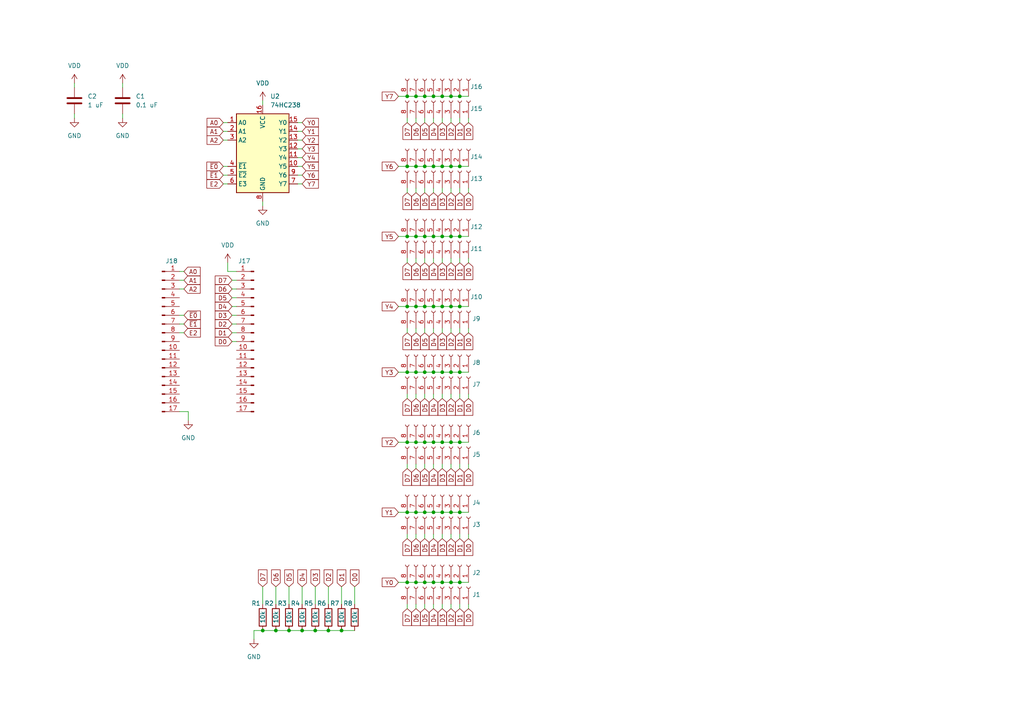
<source format=kicad_sch>
(kicad_sch (version 20231120) (generator "eeschema") (generator_version "8.0")
  (paper "A4")
  (lib_symbols
    (symbol "74xx:74HC238"
      (property "Reference" "U" (at -7.62 13.97 0))
      (property "Value" "74HC238" (at 2.54 -11.43 0))
      (symbol "74HC238_0_1"
        (rectangle (start -7.62 12.7) (end 7.62 -10.16) (stroke (width 0.254)) (fill (type background)))
      )
      (symbol "74HC238_1_1"
        (pin input line (at -10.16 10.16 0) (length 2.54) (name "A0") (number "1"))
        (pin output line (at 10.16 -2.54 180) (length 2.54) (name "Y5") (number "10"))
        (pin output line (at 10.16 0 180) (length 2.54) (name "Y4") (number "11"))
        (pin output line (at 10.16 2.54 180) (length 2.54) (name "Y3") (number "12"))
        (pin output line (at 10.16 5.08 180) (length 2.54) (name "Y2") (number "13"))
        (pin output line (at 10.16 7.62 180) (length 2.54) (name "Y1") (number "14"))
        (pin output line (at 10.16 10.16 180) (length 2.54) (name "Y0") (number "15"))
        (pin power_in line (at 0 15.24 270) (length 2.54) (name "VCC") (number "16"))
        (pin input line (at -10.16 7.62 0) (length 2.54) (name "A1") (number "2"))
        (pin input line (at -10.16 5.08 0) (length 2.54) (name "A2") (number "3"))
        (pin input line (at -10.16 -2.54 0) (length 2.54) (name "~{E1}") (number "4"))
        (pin input line (at -10.16 -5.08 0) (length 2.54) (name "~{E2}") (number "5"))
        (pin input line (at -10.16 -7.62 0) (length 2.54) (name "E3") (number "6"))
        (pin output line (at 10.16 -7.62 180) (length 2.54) (name "Y7") (number "7"))
        (pin power_in line (at 0 -12.7 90) (length 2.54) (name "GND") (number "8"))
        (pin output line (at 10.16 -5.08 180) (length 2.54) (name "Y6") (number "9"))
      )
    )
    (symbol "Connector:Conn_01x08_Socket" (pin_names (offset 1.016) hide)
      (property "Reference" "J" (at 0 10.16 0))
      (property "Value" "Conn_01x08_Socket" (at 0 -12.7 0))
      (symbol "Conn_01x08_Socket_1_1"
        (arc (start 0 -9.652) (mid -0.5058 -10.16) (end 0 -10.668) (stroke (width 0.1524)))
        (arc (start 0 -7.112) (mid -0.5058 -7.62) (end 0 -8.128) (stroke (width 0.1524)))
        (arc (start 0 -4.572) (mid -0.5058 -5.08) (end 0 -5.588) (stroke (width 0.1524)))
        (arc (start 0 -2.032) (mid -0.5058 -2.54) (end 0 -3.048) (stroke (width 0.1524)))
        (polyline (pts (xy -1.27 -10.16) (xy -0.508 -10.16)) (stroke (width 0.1524)))
        (polyline (pts (xy -1.27 -7.62) (xy -0.508 -7.62)) (stroke (width 0.1524)))
        (polyline (pts (xy -1.27 -5.08) (xy -0.508 -5.08)) (stroke (width 0.1524)))
        (polyline (pts (xy -1.27 -2.54) (xy -0.508 -2.54)) (stroke (width 0.1524)))
        (polyline (pts (xy -1.27 0) (xy -0.508 0)) (stroke (width 0.1524)))
        (polyline (pts (xy -1.27 2.54) (xy -0.508 2.54)) (stroke (width 0.1524)))
        (polyline (pts (xy -1.27 5.08) (xy -0.508 5.08)) (stroke (width 0.1524)))
        (polyline (pts (xy -1.27 7.62) (xy -0.508 7.62)) (stroke (width 0.1524)))
        (arc (start 0 0.508) (mid -0.5058 0) (end 0 -0.508) (stroke (width 0.1524)))
        (arc (start 0 3.048) (mid -0.5058 2.54) (end 0 2.032) (stroke (width 0.1524)))
        (arc (start 0 5.588) (mid -0.5058 5.08) (end 0 4.572) (stroke (width 0.1524)))
        (arc (start 0 8.128) (mid -0.5058 7.62) (end 0 7.112) (stroke (width 0.1524)))
        (pin passive line (at -5.08 7.62 0) (length 3.81) (name "Pin_1") (number "1"))
        (pin passive line (at -5.08 5.08 0) (length 3.81) (name "Pin_2") (number "2"))
        (pin passive line (at -5.08 2.54 0) (length 3.81) (name "Pin_3") (number "3"))
        (pin passive line (at -5.08 0 0) (length 3.81) (name "Pin_4") (number "4"))
        (pin passive line (at -5.08 -2.54 0) (length 3.81) (name "Pin_5") (number "5"))
        (pin passive line (at -5.08 -5.08 0) (length 3.81) (name "Pin_6") (number "6"))
        (pin passive line (at -5.08 -7.62 0) (length 3.81) (name "Pin_7") (number "7"))
        (pin passive line (at -5.08 -10.16 0) (length 3.81) (name "Pin_8") (number "8"))
      )
    )
    (symbol "Connector:Conn_01x17_Pin" (pin_names (offset 1.016) hide)
      (property "Reference" "J" (at 0 22.86 0))
      (property "Value" "Conn_01x17_Pin" (at 0 -22.86 0))
      (symbol "Conn_01x17_Pin_1_1"
        (polyline (pts (xy 1.27 -20.32) (xy 0.8636 -20.32)) (stroke (width 0.1524)))
        (polyline (pts (xy 1.27 -17.78) (xy 0.8636 -17.78)) (stroke (width 0.1524)))
        (polyline (pts (xy 1.27 -15.24) (xy 0.8636 -15.24)) (stroke (width 0.1524)))
        (polyline (pts (xy 1.27 -12.7) (xy 0.8636 -12.7)) (stroke (width 0.1524)))
        (polyline (pts (xy 1.27 -10.16) (xy 0.8636 -10.16)) (stroke (width 0.1524)))
        (polyline (pts (xy 1.27 -7.62) (xy 0.8636 -7.62)) (stroke (width 0.1524)))
        (polyline (pts (xy 1.27 -5.08) (xy 0.8636 -5.08)) (stroke (width 0.1524)))
        (polyline (pts (xy 1.27 -2.54) (xy 0.8636 -2.54)) (stroke (width 0.1524)))
        (polyline (pts (xy 1.27 0) (xy 0.8636 0)) (stroke (width 0.1524)))
        (polyline (pts (xy 1.27 2.54) (xy 0.8636 2.54)) (stroke (width 0.1524)))
        (polyline (pts (xy 1.27 5.08) (xy 0.8636 5.08)) (stroke (width 0.1524)))
        (polyline (pts (xy 1.27 7.62) (xy 0.8636 7.62)) (stroke (width 0.1524)))
        (polyline (pts (xy 1.27 10.16) (xy 0.8636 10.16)) (stroke (width 0.1524)))
        (polyline (pts (xy 1.27 12.7) (xy 0.8636 12.7)) (stroke (width 0.1524)))
        (polyline (pts (xy 1.27 15.24) (xy 0.8636 15.24)) (stroke (width 0.1524)))
        (polyline (pts (xy 1.27 17.78) (xy 0.8636 17.78)) (stroke (width 0.1524)))
        (polyline (pts (xy 1.27 20.32) (xy 0.8636 20.32)) (stroke (width 0.1524)))
        (rectangle (start 0.8636 -20.193) (end 0 -20.447) (stroke (width 0.1524)) (fill (type outline)))
        (rectangle (start 0.8636 -17.653) (end 0 -17.907) (stroke (width 0.1524)) (fill (type outline)))
        (rectangle (start 0.8636 -15.113) (end 0 -15.367) (stroke (width 0.1524)) (fill (type outline)))
        (rectangle (start 0.8636 -12.573) (end 0 -12.827) (stroke (width 0.1524)) (fill (type outline)))
        (rectangle (start 0.8636 -10.033) (end 0 -10.287) (stroke (width 0.1524)) (fill (type outline)))
        (rectangle (start 0.8636 -7.493) (end 0 -7.747) (stroke (width 0.1524)) (fill (type outline)))
        (rectangle (start 0.8636 -4.953) (end 0 -5.207) (stroke (width 0.1524)) (fill (type outline)))
        (rectangle (start 0.8636 -2.413) (end 0 -2.667) (stroke (width 0.1524)) (fill (type outline)))
        (rectangle (start 0.8636 0.127) (end 0 -0.127) (stroke (width 0.1524)) (fill (type outline)))
        (rectangle (start 0.8636 2.667) (end 0 2.413) (stroke (width 0.1524)) (fill (type outline)))
        (rectangle (start 0.8636 5.207) (end 0 4.953) (stroke (width 0.1524)) (fill (type outline)))
        (rectangle (start 0.8636 7.747) (end 0 7.493) (stroke (width 0.1524)) (fill (type outline)))
        (rectangle (start 0.8636 10.287) (end 0 10.033) (stroke (width 0.1524)) (fill (type outline)))
        (rectangle (start 0.8636 12.827) (end 0 12.573) (stroke (width 0.1524)) (fill (type outline)))
        (rectangle (start 0.8636 15.367) (end 0 15.113) (stroke (width 0.1524)) (fill (type outline)))
        (rectangle (start 0.8636 17.907) (end 0 17.653) (stroke (width 0.1524)) (fill (type outline)))
        (rectangle (start 0.8636 20.447) (end 0 20.193) (stroke (width 0.1524)) (fill (type outline)))
        (pin passive line (at 5.08 20.32 180) (length 3.81) (name "Pin_1") (number "1"))
        (pin passive line (at 5.08 -2.54 180) (length 3.81) (name "Pin_10") (number "10"))
        (pin passive line (at 5.08 -5.08 180) (length 3.81) (name "Pin_11") (number "11"))
        (pin passive line (at 5.08 -7.62 180) (length 3.81) (name "Pin_12") (number "12"))
        (pin passive line (at 5.08 -10.16 180) (length 3.81) (name "Pin_13") (number "13"))
        (pin passive line (at 5.08 -12.7 180) (length 3.81) (name "Pin_14") (number "14"))
        (pin passive line (at 5.08 -15.24 180) (length 3.81) (name "Pin_15") (number "15"))
        (pin passive line (at 5.08 -17.78 180) (length 3.81) (name "Pin_16") (number "16"))
        (pin passive line (at 5.08 -20.32 180) (length 3.81) (name "Pin_17") (number "17"))
        (pin passive line (at 5.08 17.78 180) (length 3.81) (name "Pin_2") (number "2"))
        (pin passive line (at 5.08 15.24 180) (length 3.81) (name "Pin_3") (number "3"))
        (pin passive line (at 5.08 12.7 180) (length 3.81) (name "Pin_4") (number "4"))
        (pin passive line (at 5.08 10.16 180) (length 3.81) (name "Pin_5") (number "5"))
        (pin passive line (at 5.08 7.62 180) (length 3.81) (name "Pin_6") (number "6"))
        (pin passive line (at 5.08 5.08 180) (length 3.81) (name "Pin_7") (number "7"))
        (pin passive line (at 5.08 2.54 180) (length 3.81) (name "Pin_8") (number "8"))
        (pin passive line (at 5.08 0 180) (length 3.81) (name "Pin_9") (number "9"))
      )
    )
    (symbol "Device:C" (pin_numbers hide) (pin_names (offset 0.254))
      (property "Reference" "C" (at 0.635 2.54 0))
      (property "Value" "C" (at 0.635 -2.54 0))
      (symbol "C_0_1"
        (polyline (pts (xy -2.032 -0.762) (xy 2.032 -0.762)) (stroke (width 0.508)))
        (polyline (pts (xy -2.032 0.762) (xy 2.032 0.762)) (stroke (width 0.508)))
      )
      (symbol "C_1_1"
        (pin passive line (at 0 3.81 270) (length 2.794) (name "~") (number "1"))
        (pin passive line (at 0 -3.81 90) (length 2.794) (name "~") (number "2"))
      )
    )
    (symbol "Device:R" (pin_numbers hide) (pin_names (offset 0))
      (property "Reference" "R" (at 2.032 0 90))
      (property "Value" "R" (at 0 0 90))
      (symbol "R_0_1"
        (rectangle (start -1.016 -2.54) (end 1.016 2.54) (stroke (width 0.254)))
      )
      (symbol "R_1_1"
        (pin passive line (at 0 3.81 270) (length 1.27) (name "~") (number "1"))
        (pin passive line (at 0 -3.81 90) (length 1.27) (name "~") (number "2"))
      )
    )
    (symbol "power:GND" (power) (pin_names (offset 0))
      (property "Value" "GND" (at 0 -3.81 0))
      (symbol "GND_0_1"
        (polyline (pts (xy 0 0) (xy 0 -1.27) (xy 1.27 -1.27) (xy 0 -2.54) (xy -1.27 -1.27) (xy 0 -1.27)))
      )
      (symbol "GND_1_1"
        (pin power_in line (at 0 0 270) (length 0) hide (name "GND") (number "1"))
      )
    )
    (symbol "power:VDD" (power) (pin_names (offset 0))
      (property "Value" "VDD" (at 0 3.81 0))
      (symbol "VDD_0_1"
        (polyline (pts (xy -0.762 1.27) (xy 0 2.54)))
        (polyline (pts (xy 0 0) (xy 0 2.54)))
        (polyline (pts (xy 0 2.54) (xy 0.762 1.27)))
      )
      (symbol "VDD_1_1"
        (pin power_in line (at 0 0 90) (length 0) hide (name "VDD") (number "1"))
      )
    )
  )
  (junction (at 133.35 48.26))
  (junction (at 120.65 68.58))
  (junction (at 133.35 128.27))
  (junction (at 128.27 148.59))
  (junction (at 130.81 27.94))
  (junction (at 120.65 27.94))
  (junction (at 87.63 182.88))
  (junction (at 130.81 168.91))
  (junction (at 123.19 88.9))
  (junction (at 118.11 68.58))
  (junction (at 123.19 68.58))
  (junction (at 128.27 128.27))
  (junction (at 128.27 107.95))
  (junction (at 118.11 128.27))
  (junction (at 128.27 48.26))
  (junction (at 95.25 182.88))
  (junction (at 130.81 48.26))
  (junction (at 128.27 68.58))
  (junction (at 123.19 48.26))
  (junction (at 99.06 182.88))
  (junction (at 123.19 107.95))
  (junction (at 118.11 88.9))
  (junction (at 123.19 168.91))
  (junction (at 133.35 88.9))
  (junction (at 128.27 27.94))
  (junction (at 120.65 88.9))
  (junction (at 125.73 88.9))
  (junction (at 130.81 148.59))
  (junction (at 76.2 182.88))
  (junction (at 80.01 182.88))
  (junction (at 118.11 27.94))
  (junction (at 120.65 48.26))
  (junction (at 130.81 88.9))
  (junction (at 118.11 48.26))
  (junction (at 125.73 27.94))
  (junction (at 133.35 168.91))
  (junction (at 123.19 148.59))
  (junction (at 133.35 68.58))
  (junction (at 125.73 148.59))
  (junction (at 123.19 128.27))
  (junction (at 133.35 107.95))
  (junction (at 128.27 88.9))
  (junction (at 130.81 68.58))
  (junction (at 118.11 168.91))
  (junction (at 130.81 128.27))
  (junction (at 120.65 168.91))
  (junction (at 120.65 107.95))
  (junction (at 125.73 68.58))
  (junction (at 118.11 107.95))
  (junction (at 91.44 182.88))
  (junction (at 125.73 107.95))
  (junction (at 120.65 148.59))
  (junction (at 83.82 182.88))
  (junction (at 130.81 107.95))
  (junction (at 128.27 168.91))
  (junction (at 125.73 128.27))
  (junction (at 118.11 148.59))
  (junction (at 125.73 168.91))
  (junction (at 133.35 27.94))
  (junction (at 123.19 27.94))
  (junction (at 133.35 148.59))
  (junction (at 120.65 128.27))
  (junction (at 125.73 48.26))
  (wire (pts (xy 130.81 48.26) (xy 133.35 48.26)))
  (wire (pts (xy 133.35 68.58) (xy 135.89 68.58)))
  (wire (pts (xy 125.73 148.59) (xy 128.27 148.59)))
  (wire (pts (xy 130.81 176.53) (xy 130.81 175.26)))
  (wire (pts (xy 133.35 96.52) (xy 133.35 95.25)))
  (wire (pts (xy 66.04 78.74) (xy 68.58 78.74)))
  (wire (pts (xy 125.73 76.2) (xy 125.73 74.93)))
  (wire (pts (xy 53.34 96.52) (xy 52.07 96.52)))
  (wire (pts (xy 133.35 76.2) (xy 133.35 74.93)))
  (wire (pts (xy 123.19 35.56) (xy 123.19 34.29)))
  (wire (pts (xy 135.89 156.21) (xy 135.89 154.94)))
  (wire (pts (xy 125.73 156.21) (xy 125.73 154.94)))
  (wire (pts (xy 118.11 68.58) (xy 120.65 68.58)))
  (wire (pts (xy 87.63 38.1) (xy 86.36 38.1)))
  (wire (pts (xy 120.65 76.2) (xy 120.65 74.93)))
  (wire (pts (xy 133.35 48.26) (xy 135.89 48.26)))
  (wire (pts (xy 123.19 135.89) (xy 123.19 134.62)))
  (wire (pts (xy 118.11 135.89) (xy 118.11 134.62)))
  (wire (pts (xy 87.63 35.56) (xy 86.36 35.56)))
  (wire (pts (xy 83.82 182.88) (xy 87.63 182.88)))
  (wire (pts (xy 123.19 68.58) (xy 125.73 68.58)))
  (wire (pts (xy 73.66 185.42) (xy 73.66 182.88)))
  (wire (pts (xy 120.65 48.26) (xy 123.19 48.26)))
  (wire (pts (xy 53.34 81.28) (xy 52.07 81.28)))
  (wire (pts (xy 118.11 168.91) (xy 120.65 168.91)))
  (wire (pts (xy 67.31 93.98) (xy 68.58 93.98)))
  (wire (pts (xy 115.57 168.91) (xy 118.11 168.91)))
  (wire (pts (xy 130.81 107.95) (xy 133.35 107.95)))
  (wire (pts (xy 133.35 55.88) (xy 133.35 54.61)))
  (wire (pts (xy 64.77 50.8) (xy 66.04 50.8)))
  (wire (pts (xy 130.81 35.56) (xy 130.81 34.29)))
  (wire (pts (xy 130.81 27.94) (xy 133.35 27.94)))
  (wire (pts (xy 128.27 88.9) (xy 130.81 88.9)))
  (wire (pts (xy 123.19 107.95) (xy 125.73 107.95)))
  (wire (pts (xy 128.27 148.59) (xy 130.81 148.59)))
  (wire (pts (xy 67.31 83.82) (xy 68.58 83.82)))
  (wire (pts (xy 125.73 128.27) (xy 128.27 128.27)))
  (wire (pts (xy 130.81 88.9) (xy 133.35 88.9)))
  (wire (pts (xy 135.89 135.89) (xy 135.89 134.62)))
  (wire (pts (xy 128.27 107.95) (xy 130.81 107.95)))
  (wire (pts (xy 128.27 68.58) (xy 130.81 68.58)))
  (wire (pts (xy 123.19 148.59) (xy 125.73 148.59)))
  (wire (pts (xy 128.27 76.2) (xy 128.27 74.93)))
  (wire (pts (xy 123.19 48.26) (xy 125.73 48.26)))
  (wire (pts (xy 64.77 35.56) (xy 66.04 35.56)))
  (wire (pts (xy 118.11 35.56) (xy 118.11 34.29)))
  (wire (pts (xy 115.57 48.26) (xy 118.11 48.26)))
  (wire (pts (xy 120.65 96.52) (xy 120.65 95.25)))
  (wire (pts (xy 53.34 93.98) (xy 52.07 93.98)))
  (wire (pts (xy 118.11 128.27) (xy 120.65 128.27)))
  (wire (pts (xy 128.27 27.94) (xy 130.81 27.94)))
  (wire (pts (xy 128.27 55.88) (xy 128.27 54.61)))
  (wire (pts (xy 99.06 170.18) (xy 99.06 175.26)))
  (wire (pts (xy 115.57 68.58) (xy 118.11 68.58)))
  (wire (pts (xy 133.35 88.9) (xy 135.89 88.9)))
  (wire (pts (xy 115.57 148.59) (xy 118.11 148.59)))
  (wire (pts (xy 123.19 156.21) (xy 123.19 154.94)))
  (wire (pts (xy 133.35 128.27) (xy 135.89 128.27)))
  (wire (pts (xy 118.11 96.52) (xy 118.11 95.25)))
  (wire (pts (xy 130.81 135.89) (xy 130.81 134.62)))
  (wire (pts (xy 130.81 55.88) (xy 130.81 54.61)))
  (wire (pts (xy 87.63 53.34) (xy 86.36 53.34)))
  (wire (pts (xy 120.65 107.95) (xy 123.19 107.95)))
  (wire (pts (xy 64.77 40.64) (xy 66.04 40.64)))
  (wire (pts (xy 52.07 119.38) (xy 54.61 119.38)))
  (wire (pts (xy 125.73 135.89) (xy 125.73 134.62)))
  (wire (pts (xy 130.81 68.58) (xy 133.35 68.58)))
  (wire (pts (xy 133.35 135.89) (xy 133.35 134.62)))
  (wire (pts (xy 64.77 38.1) (xy 66.04 38.1)))
  (wire (pts (xy 123.19 128.27) (xy 125.73 128.27)))
  (wire (pts (xy 123.19 76.2) (xy 123.19 74.93)))
  (wire (pts (xy 123.19 27.94) (xy 125.73 27.94)))
  (wire (pts (xy 120.65 128.27) (xy 123.19 128.27)))
  (wire (pts (xy 120.65 168.91) (xy 123.19 168.91)))
  (wire (pts (xy 87.63 48.26) (xy 86.36 48.26)))
  (wire (pts (xy 135.89 55.88) (xy 135.89 54.61)))
  (wire (pts (xy 87.63 43.18) (xy 86.36 43.18)))
  (wire (pts (xy 76.2 182.88) (xy 80.01 182.88)))
  (wire (pts (xy 120.65 55.88) (xy 120.65 54.61)))
  (wire (pts (xy 128.27 176.53) (xy 128.27 175.26)))
  (wire (pts (xy 123.19 115.57) (xy 123.19 114.3)))
  (wire (pts (xy 133.35 27.94) (xy 135.89 27.94)))
  (wire (pts (xy 128.27 96.52) (xy 128.27 95.25)))
  (wire (pts (xy 130.81 156.21) (xy 130.81 154.94)))
  (wire (pts (xy 67.31 86.36) (xy 68.58 86.36)))
  (wire (pts (xy 21.59 24.13) (xy 21.59 25.4)))
  (wire (pts (xy 128.27 128.27) (xy 130.81 128.27)))
  (wire (pts (xy 67.31 91.44) (xy 68.58 91.44)))
  (wire (pts (xy 118.11 27.94) (xy 120.65 27.94)))
  (wire (pts (xy 125.73 48.26) (xy 128.27 48.26)))
  (wire (pts (xy 118.11 115.57) (xy 118.11 114.3)))
  (wire (pts (xy 125.73 107.95) (xy 128.27 107.95)))
  (wire (pts (xy 21.59 33.02) (xy 21.59 34.29)))
  (wire (pts (xy 120.65 68.58) (xy 123.19 68.58)))
  (wire (pts (xy 76.2 58.42) (xy 76.2 59.69)))
  (wire (pts (xy 102.87 170.18) (xy 102.87 175.26)))
  (wire (pts (xy 35.56 33.02) (xy 35.56 34.29)))
  (wire (pts (xy 128.27 35.56) (xy 128.27 34.29)))
  (wire (pts (xy 64.77 53.34) (xy 66.04 53.34)))
  (wire (pts (xy 133.35 35.56) (xy 133.35 34.29)))
  (wire (pts (xy 87.63 182.88) (xy 91.44 182.88)))
  (wire (pts (xy 64.77 48.26) (xy 66.04 48.26)))
  (wire (pts (xy 125.73 96.52) (xy 125.73 95.25)))
  (wire (pts (xy 128.27 168.91) (xy 130.81 168.91)))
  (wire (pts (xy 80.01 170.18) (xy 80.01 175.26)))
  (wire (pts (xy 130.81 148.59) (xy 133.35 148.59)))
  (wire (pts (xy 118.11 107.95) (xy 120.65 107.95)))
  (wire (pts (xy 130.81 76.2) (xy 130.81 74.93)))
  (wire (pts (xy 120.65 88.9) (xy 123.19 88.9)))
  (wire (pts (xy 125.73 176.53) (xy 125.73 175.26)))
  (wire (pts (xy 87.63 45.72) (xy 86.36 45.72)))
  (wire (pts (xy 133.35 156.21) (xy 133.35 154.94)))
  (wire (pts (xy 35.56 24.13) (xy 35.56 25.4)))
  (wire (pts (xy 87.63 40.64) (xy 86.36 40.64)))
  (wire (pts (xy 128.27 156.21) (xy 128.27 154.94)))
  (wire (pts (xy 54.61 119.38) (xy 54.61 121.92)))
  (wire (pts (xy 87.63 50.8) (xy 86.36 50.8)))
  (wire (pts (xy 67.31 96.52) (xy 68.58 96.52)))
  (wire (pts (xy 133.35 148.59) (xy 135.89 148.59)))
  (wire (pts (xy 123.19 176.53) (xy 123.19 175.26)))
  (wire (pts (xy 115.57 107.95) (xy 118.11 107.95)))
  (wire (pts (xy 125.73 35.56) (xy 125.73 34.29)))
  (wire (pts (xy 118.11 76.2) (xy 118.11 74.93)))
  (wire (pts (xy 99.06 182.88) (xy 102.87 182.88)))
  (wire (pts (xy 125.73 115.57) (xy 125.73 114.3)))
  (wire (pts (xy 76.2 170.18) (xy 76.2 175.26)))
  (wire (pts (xy 133.35 115.57) (xy 133.35 114.3)))
  (wire (pts (xy 120.65 176.53) (xy 120.65 175.26)))
  (wire (pts (xy 120.65 148.59) (xy 123.19 148.59)))
  (wire (pts (xy 53.34 83.82) (xy 52.07 83.82)))
  (wire (pts (xy 123.19 168.91) (xy 125.73 168.91)))
  (wire (pts (xy 135.89 76.2) (xy 135.89 74.93)))
  (wire (pts (xy 130.81 168.91) (xy 133.35 168.91)))
  (wire (pts (xy 120.65 135.89) (xy 120.65 134.62)))
  (wire (pts (xy 53.34 91.44) (xy 52.07 91.44)))
  (wire (pts (xy 115.57 88.9) (xy 118.11 88.9)))
  (wire (pts (xy 125.73 55.88) (xy 125.73 54.61)))
  (wire (pts (xy 95.25 170.18) (xy 95.25 175.26)))
  (wire (pts (xy 125.73 27.94) (xy 128.27 27.94)))
  (wire (pts (xy 67.31 88.9) (xy 68.58 88.9)))
  (wire (pts (xy 91.44 182.88) (xy 95.25 182.88)))
  (wire (pts (xy 130.81 96.52) (xy 130.81 95.25)))
  (wire (pts (xy 120.65 27.94) (xy 123.19 27.94)))
  (wire (pts (xy 73.66 182.88) (xy 76.2 182.88)))
  (wire (pts (xy 67.31 81.28) (xy 68.58 81.28)))
  (wire (pts (xy 125.73 68.58) (xy 128.27 68.58)))
  (wire (pts (xy 125.73 168.91) (xy 128.27 168.91)))
  (wire (pts (xy 135.89 96.52) (xy 135.89 95.25)))
  (wire (pts (xy 133.35 107.95) (xy 135.89 107.95)))
  (wire (pts (xy 135.89 115.57) (xy 135.89 114.3)))
  (wire (pts (xy 130.81 115.57) (xy 130.81 114.3)))
  (wire (pts (xy 95.25 182.88) (xy 99.06 182.88)))
  (wire (pts (xy 76.2 29.21) (xy 76.2 30.48)))
  (wire (pts (xy 123.19 88.9) (xy 125.73 88.9)))
  (wire (pts (xy 91.44 170.18) (xy 91.44 175.26)))
  (wire (pts (xy 118.11 176.53) (xy 118.11 175.26)))
  (wire (pts (xy 118.11 148.59) (xy 120.65 148.59)))
  (wire (pts (xy 67.31 99.06) (xy 68.58 99.06)))
  (wire (pts (xy 83.82 170.18) (xy 83.82 175.26)))
  (wire (pts (xy 123.19 55.88) (xy 123.19 54.61)))
  (wire (pts (xy 80.01 182.88) (xy 83.82 182.88)))
  (wire (pts (xy 123.19 96.52) (xy 123.19 95.25)))
  (wire (pts (xy 120.65 35.56) (xy 120.65 34.29)))
  (wire (pts (xy 66.04 76.2) (xy 66.04 78.74)))
  (wire (pts (xy 118.11 156.21) (xy 118.11 154.94)))
  (wire (pts (xy 128.27 48.26) (xy 130.81 48.26)))
  (wire (pts (xy 115.57 27.94) (xy 118.11 27.94)))
  (wire (pts (xy 130.81 128.27) (xy 133.35 128.27)))
  (wire (pts (xy 125.73 88.9) (xy 128.27 88.9)))
  (wire (pts (xy 128.27 115.57) (xy 128.27 114.3)))
  (wire (pts (xy 118.11 48.26) (xy 120.65 48.26)))
  (wire (pts (xy 118.11 55.88) (xy 118.11 54.61)))
  (wire (pts (xy 53.34 78.74) (xy 52.07 78.74)))
  (wire (pts (xy 133.35 168.91) (xy 135.89 168.91)))
  (wire (pts (xy 128.27 135.89) (xy 128.27 134.62)))
  (wire (pts (xy 135.89 35.56) (xy 135.89 34.29)))
  (wire (pts (xy 87.63 170.18) (xy 87.63 175.26)))
  (wire (pts (xy 135.89 176.53) (xy 135.89 175.26)))
  (wire (pts (xy 115.57 128.27) (xy 118.11 128.27)))
  (wire (pts (xy 118.11 88.9) (xy 120.65 88.9)))
  (wire (pts (xy 120.65 115.57) (xy 120.65 114.3)))
  (wire (pts (xy 133.35 176.53) (xy 133.35 175.26)))
  (wire (pts (xy 120.65 156.21) (xy 120.65 154.94)))
  (global_label "D3" (shape input) (at 91.44 170.18 90) (property "Intersheetrefs" "${INTERSHEET_REFS}" (effects (hide yes))))
  (global_label "D1" (shape input) (at 67.31 96.52 180) (property "Intersheetrefs" "${INTERSHEET_REFS}" (effects (hide yes))))
  (global_label "D6" (shape input) (at 67.31 83.82 180) (property "Intersheetrefs" "${INTERSHEET_REFS}" (effects (hide yes))))
  (global_label "D5" (shape input) (at 123.19 55.88 270) (property "Intersheetrefs" "${INTERSHEET_REFS}" (effects (hide yes))))
  (global_label "D2" (shape input) (at 130.81 35.56 270) (property "Intersheetrefs" "${INTERSHEET_REFS}" (effects (hide yes))))
  (global_label "D7" (shape input) (at 118.11 115.57 270) (property "Intersheetrefs" "${INTERSHEET_REFS}" (effects (hide yes))))
  (global_label "D5" (shape input) (at 123.19 115.57 270) (property "Intersheetrefs" "${INTERSHEET_REFS}" (effects (hide yes))))
  (global_label "Y1" (shape input) (at 115.57 148.59 180) (property "Intersheetrefs" "${INTERSHEET_REFS}" (effects (hide yes))))
  (global_label "Y4" (shape input) (at 87.63 45.72 0) (property "Intersheetrefs" "${INTERSHEET_REFS}" (effects (hide yes))))
  (global_label "D7" (shape input) (at 118.11 76.2 270) (property "Intersheetrefs" "${INTERSHEET_REFS}" (effects (hide yes))))
  (global_label "~{E0}" (shape input) (at 53.34 91.44 0) (property "Intersheetrefs" "${INTERSHEET_REFS}" (effects (hide yes))))
  (global_label "A1" (shape input) (at 53.34 81.28 0) (property "Intersheetrefs" "${INTERSHEET_REFS}" (effects (hide yes))))
  (global_label "D6" (shape input) (at 120.65 156.21 270) (property "Intersheetrefs" "${INTERSHEET_REFS}" (effects (hide yes))))
  (global_label "D0" (shape input) (at 102.87 170.18 90) (property "Intersheetrefs" "${INTERSHEET_REFS}" (effects (hide yes))))
  (global_label "D1" (shape input) (at 133.35 55.88 270) (property "Intersheetrefs" "${INTERSHEET_REFS}" (effects (hide yes))))
  (global_label "D4" (shape input) (at 87.63 170.18 90) (property "Intersheetrefs" "${INTERSHEET_REFS}" (effects (hide yes))))
  (global_label "D2" (shape input) (at 130.81 156.21 270) (property "Intersheetrefs" "${INTERSHEET_REFS}" (effects (hide yes))))
  (global_label "D1" (shape input) (at 133.35 156.21 270) (property "Intersheetrefs" "${INTERSHEET_REFS}" (effects (hide yes))))
  (global_label "D4" (shape input) (at 125.73 115.57 270) (property "Intersheetrefs" "${INTERSHEET_REFS}" (effects (hide yes))))
  (global_label "D2" (shape input) (at 95.25 170.18 90) (property "Intersheetrefs" "${INTERSHEET_REFS}" (effects (hide yes))))
  (global_label "D5" (shape input) (at 123.19 96.52 270) (property "Intersheetrefs" "${INTERSHEET_REFS}" (effects (hide yes))))
  (global_label "D7" (shape input) (at 118.11 156.21 270) (property "Intersheetrefs" "${INTERSHEET_REFS}" (effects (hide yes))))
  (global_label "D4" (shape input) (at 125.73 176.53 270) (property "Intersheetrefs" "${INTERSHEET_REFS}" (effects (hide yes))))
  (global_label "D4" (shape input) (at 125.73 96.52 270) (property "Intersheetrefs" "${INTERSHEET_REFS}" (effects (hide yes))))
  (global_label "D1" (shape input) (at 99.06 170.18 90) (property "Intersheetrefs" "${INTERSHEET_REFS}" (effects (hide yes))))
  (global_label "D0" (shape input) (at 135.89 156.21 270) (property "Intersheetrefs" "${INTERSHEET_REFS}" (effects (hide yes))))
  (global_label "D2" (shape input) (at 130.81 76.2 270) (property "Intersheetrefs" "${INTERSHEET_REFS}" (effects (hide yes))))
  (global_label "D5" (shape input) (at 123.19 156.21 270) (property "Intersheetrefs" "${INTERSHEET_REFS}" (effects (hide yes))))
  (global_label "D2" (shape input) (at 130.81 96.52 270) (property "Intersheetrefs" "${INTERSHEET_REFS}" (effects (hide yes))))
  (global_label "~{E1}" (shape input) (at 64.77 50.8 180) (property "Intersheetrefs" "${INTERSHEET_REFS}" (effects (hide yes))))
  (global_label "D0" (shape input) (at 135.89 55.88 270) (property "Intersheetrefs" "${INTERSHEET_REFS}" (effects (hide yes))))
  (global_label "D3" (shape input) (at 128.27 135.89 270) (property "Intersheetrefs" "${INTERSHEET_REFS}" (effects (hide yes))))
  (global_label "D6" (shape input) (at 120.65 96.52 270) (property "Intersheetrefs" "${INTERSHEET_REFS}" (effects (hide yes))))
  (global_label "D0" (shape input) (at 135.89 115.57 270) (property "Intersheetrefs" "${INTERSHEET_REFS}" (effects (hide yes))))
  (global_label "E2" (shape input) (at 53.34 96.52 0) (property "Intersheetrefs" "${INTERSHEET_REFS}" (effects (hide yes))))
  (global_label "D0" (shape input) (at 135.89 35.56 270) (property "Intersheetrefs" "${INTERSHEET_REFS}" (effects (hide yes))))
  (global_label "A1" (shape input) (at 64.77 38.1 180) (property "Intersheetrefs" "${INTERSHEET_REFS}" (effects (hide yes))))
  (global_label "D5" (shape input) (at 123.19 176.53 270) (property "Intersheetrefs" "${INTERSHEET_REFS}" (effects (hide yes))))
  (global_label "Y1" (shape input) (at 87.63 38.1 0) (property "Intersheetrefs" "${INTERSHEET_REFS}" (effects (hide yes))))
  (global_label "D0" (shape input) (at 135.89 176.53 270) (property "Intersheetrefs" "${INTERSHEET_REFS}" (effects (hide yes))))
  (global_label "Y4" (shape input) (at 115.57 88.9 180) (property "Intersheetrefs" "${INTERSHEET_REFS}" (effects (hide yes))))
  (global_label "D6" (shape input) (at 120.65 176.53 270) (property "Intersheetrefs" "${INTERSHEET_REFS}" (effects (hide yes))))
  (global_label "Y7" (shape input) (at 115.57 27.94 180) (property "Intersheetrefs" "${INTERSHEET_REFS}" (effects (hide yes))))
  (global_label "Y3" (shape input) (at 87.63 43.18 0) (property "Intersheetrefs" "${INTERSHEET_REFS}" (effects (hide yes))))
  (global_label "D7" (shape input) (at 118.11 96.52 270) (property "Intersheetrefs" "${INTERSHEET_REFS}" (effects (hide yes))))
  (global_label "D4" (shape input) (at 125.73 55.88 270) (property "Intersheetrefs" "${INTERSHEET_REFS}" (effects (hide yes))))
  (global_label "Y5" (shape input) (at 87.63 48.26 0) (property "Intersheetrefs" "${INTERSHEET_REFS}" (effects (hide yes))))
  (global_label "D6" (shape input) (at 120.65 135.89 270) (property "Intersheetrefs" "${INTERSHEET_REFS}" (effects (hide yes))))
  (global_label "D7" (shape input) (at 118.11 55.88 270) (property "Intersheetrefs" "${INTERSHEET_REFS}" (effects (hide yes))))
  (global_label "D5" (shape input) (at 83.82 170.18 90) (property "Intersheetrefs" "${INTERSHEET_REFS}" (effects (hide yes))))
  (global_label "D6" (shape input) (at 80.01 170.18 90) (property "Intersheetrefs" "${INTERSHEET_REFS}" (effects (hide yes))))
  (global_label "D1" (shape input) (at 133.35 176.53 270) (property "Intersheetrefs" "${INTERSHEET_REFS}" (effects (hide yes))))
  (global_label "D4" (shape input) (at 125.73 76.2 270) (property "Intersheetrefs" "${INTERSHEET_REFS}" (effects (hide yes))))
  (global_label "D1" (shape input) (at 133.35 96.52 270) (property "Intersheetrefs" "${INTERSHEET_REFS}" (effects (hide yes))))
  (global_label "D7" (shape input) (at 118.11 35.56 270) (property "Intersheetrefs" "${INTERSHEET_REFS}" (effects (hide yes))))
  (global_label "D0" (shape input) (at 135.89 135.89 270) (property "Intersheetrefs" "${INTERSHEET_REFS}" (effects (hide yes))))
  (global_label "D4" (shape input) (at 125.73 135.89 270) (property "Intersheetrefs" "${INTERSHEET_REFS}" (effects (hide yes))))
  (global_label "D3" (shape input) (at 67.31 91.44 180) (property "Intersheetrefs" "${INTERSHEET_REFS}" (effects (hide yes))))
  (global_label "D2" (shape input) (at 130.81 135.89 270) (property "Intersheetrefs" "${INTERSHEET_REFS}" (effects (hide yes))))
  (global_label "D4" (shape input) (at 125.73 35.56 270) (property "Intersheetrefs" "${INTERSHEET_REFS}" (effects (hide yes))))
  (global_label "D2" (shape input) (at 130.81 176.53 270) (property "Intersheetrefs" "${INTERSHEET_REFS}" (effects (hide yes))))
  (global_label "D0" (shape input) (at 135.89 96.52 270) (property "Intersheetrefs" "${INTERSHEET_REFS}" (effects (hide yes))))
  (global_label "Y2" (shape input) (at 87.63 40.64 0) (property "Intersheetrefs" "${INTERSHEET_REFS}" (effects (hide yes))))
  (global_label "D1" (shape input) (at 133.35 35.56 270) (property "Intersheetrefs" "${INTERSHEET_REFS}" (effects (hide yes))))
  (global_label "Y5" (shape input) (at 115.57 68.58 180) (property "Intersheetrefs" "${INTERSHEET_REFS}" (effects (hide yes))))
  (global_label "D3" (shape input) (at 128.27 55.88 270) (property "Intersheetrefs" "${INTERSHEET_REFS}" (effects (hide yes))))
  (global_label "D1" (shape input) (at 133.35 135.89 270) (property "Intersheetrefs" "${INTERSHEET_REFS}" (effects (hide yes))))
  (global_label "D6" (shape input) (at 120.65 35.56 270) (property "Intersheetrefs" "${INTERSHEET_REFS}" (effects (hide yes))))
  (global_label "D2" (shape input) (at 130.81 55.88 270) (property "Intersheetrefs" "${INTERSHEET_REFS}" (effects (hide yes))))
  (global_label "D3" (shape input) (at 128.27 115.57 270) (property "Intersheetrefs" "${INTERSHEET_REFS}" (effects (hide yes))))
  (global_label "Y2" (shape input) (at 115.57 128.27 180) (property "Intersheetrefs" "${INTERSHEET_REFS}" (effects (hide yes))))
  (global_label "D5" (shape input) (at 123.19 135.89 270) (property "Intersheetrefs" "${INTERSHEET_REFS}" (effects (hide yes))))
  (global_label "Y6" (shape input) (at 115.57 48.26 180) (property "Intersheetrefs" "${INTERSHEET_REFS}" (effects (hide yes))))
  (global_label "D4" (shape input) (at 125.73 156.21 270) (property "Intersheetrefs" "${INTERSHEET_REFS}" (effects (hide yes))))
  (global_label "A0" (shape input) (at 64.77 35.56 180) (property "Intersheetrefs" "${INTERSHEET_REFS}" (effects (hide yes))))
  (global_label "D3" (shape input) (at 128.27 35.56 270) (property "Intersheetrefs" "${INTERSHEET_REFS}" (effects (hide yes))))
  (global_label "Y7" (shape input) (at 87.63 53.34 0) (property "Intersheetrefs" "${INTERSHEET_REFS}" (effects (hide yes))))
  (global_label "D3" (shape input) (at 128.27 156.21 270) (property "Intersheetrefs" "${INTERSHEET_REFS}" (effects (hide yes))))
  (global_label "D7" (shape input) (at 67.31 81.28 180) (property "Intersheetrefs" "${INTERSHEET_REFS}" (effects (hide yes))))
  (global_label "E2" (shape input) (at 64.77 53.34 180) (property "Intersheetrefs" "${INTERSHEET_REFS}" (effects (hide yes))))
  (global_label "~{E1}" (shape input) (at 53.34 93.98 0) (property "Intersheetrefs" "${INTERSHEET_REFS}" (effects (hide yes))))
  (global_label "D2" (shape input) (at 67.31 93.98 180) (property "Intersheetrefs" "${INTERSHEET_REFS}" (effects (hide yes))))
  (global_label "D0" (shape input) (at 67.31 99.06 180) (property "Intersheetrefs" "${INTERSHEET_REFS}" (effects (hide yes))))
  (global_label "D7" (shape input) (at 118.11 135.89 270) (property "Intersheetrefs" "${INTERSHEET_REFS}" (effects (hide yes))))
  (global_label "D2" (shape input) (at 130.81 115.57 270) (property "Intersheetrefs" "${INTERSHEET_REFS}" (effects (hide yes))))
  (global_label "D7" (shape input) (at 76.2 170.18 90) (property "Intersheetrefs" "${INTERSHEET_REFS}" (effects (hide yes))))
  (global_label "A2" (shape input) (at 53.34 83.82 0) (property "Intersheetrefs" "${INTERSHEET_REFS}" (effects (hide yes))))
  (global_label "~{E0}" (shape input) (at 64.77 48.26 180) (property "Intersheetrefs" "${INTERSHEET_REFS}" (effects (hide yes))))
  (global_label "D6" (shape input) (at 120.65 115.57 270) (property "Intersheetrefs" "${INTERSHEET_REFS}" (effects (hide yes))))
  (global_label "D1" (shape input) (at 133.35 115.57 270) (property "Intersheetrefs" "${INTERSHEET_REFS}" (effects (hide yes))))
  (global_label "Y0" (shape input) (at 87.63 35.56 0) (property "Intersheetrefs" "${INTERSHEET_REFS}" (effects (hide yes))))
  (global_label "D6" (shape input) (at 120.65 76.2 270) (property "Intersheetrefs" "${INTERSHEET_REFS}" (effects (hide yes))))
  (global_label "D3" (shape input) (at 128.27 76.2 270) (property "Intersheetrefs" "${INTERSHEET_REFS}" (effects (hide yes))))
  (global_label "Y3" (shape input) (at 115.57 107.95 180) (property "Intersheetrefs" "${INTERSHEET_REFS}" (effects (hide yes))))
  (global_label "Y6" (shape input) (at 87.63 50.8 0) (property "Intersheetrefs" "${INTERSHEET_REFS}" (effects (hide yes))))
  (global_label "D4" (shape input) (at 67.31 88.9 180) (property "Intersheetrefs" "${INTERSHEET_REFS}" (effects (hide yes))))
  (global_label "D1" (shape input) (at 133.35 76.2 270) (property "Intersheetrefs" "${INTERSHEET_REFS}" (effects (hide yes))))
  (global_label "D0" (shape input) (at 135.89 76.2 270) (property "Intersheetrefs" "${INTERSHEET_REFS}" (effects (hide yes))))
  (global_label "D3" (shape input) (at 128.27 96.52 270) (property "Intersheetrefs" "${INTERSHEET_REFS}" (effects (hide yes))))
  (global_label "D6" (shape input) (at 120.65 55.88 270) (property "Intersheetrefs" "${INTERSHEET_REFS}" (effects (hide yes))))
  (global_label "D5" (shape input) (at 123.19 35.56 270) (property "Intersheetrefs" "${INTERSHEET_REFS}" (effects (hide yes))))
  (global_label "A2" (shape input) (at 64.77 40.64 180) (property "Intersheetrefs" "${INTERSHEET_REFS}" (effects (hide yes))))
  (global_label "Y0" (shape input) (at 115.57 168.91 180) (property "Intersheetrefs" "${INTERSHEET_REFS}" (effects (hide yes))))
  (global_label "A0" (shape input) (at 53.34 78.74 0) (property "Intersheetrefs" "${INTERSHEET_REFS}" (effects (hide yes))))
  (global_label "D5" (shape input) (at 67.31 86.36 180) (property "Intersheetrefs" "${INTERSHEET_REFS}" (effects (hide yes))))
  (global_label "D7" (shape input) (at 118.11 176.53 270) (property "Intersheetrefs" "${INTERSHEET_REFS}" (effects (hide yes))))
  (global_label "D3" (shape input) (at 128.27 176.53 270) (property "Intersheetrefs" "${INTERSHEET_REFS}" (effects (hide yes))))
  (global_label "D5" (shape input) (at 123.19 76.2 270) (property "Intersheetrefs" "${INTERSHEET_REFS}" (effects (hide yes))))
  (symbol (lib_id "Connector:Conn_01x08_Socket") (at 128.27 102.87 270) (mirror x) (unit 1)
    (property "Reference" "J8" (at 138.176 105.156 90))
    (property "Value" "Conn_01x08_Socket" (effects (hide yes)))
    (property "Footprint" "Connector_PinSocket_2.54mm:PinSocket_1x08_P2.54mm_Vertical" (effects (hide yes)))
    (property "Description" "Generic connector, single row, 01x08, script generated" (effects (hide yes)))
  )
  (symbol (lib_id "74xx:74HC238") (at 76.2 45.72 0) (unit 1)
    (property "Reference" "U2" (at 78.3941 27.94 0) (effects (justify left)))
    (property "Value" "74HC238" (at 78.3941 30.48 0) (effects (justify left)))
    (property "Footprint" "Package_DIP:DIP-16_W7.62mm" (effects (hide yes)))
    (property "Datasheet" "https://www.ti.com/lit/ds/symlink/cd74hc238.pdf" (effects (hide yes)))
    (property "Description" "3-to-8 line decoder/multiplexer, DIP-16/SOIC-16/SSOP-16" (effects (hide yes)))
  )
  (symbol (lib_id "Connector:Conn_01x08_Socket") (at 128.27 83.82 270) (mirror x) (unit 1)
    (property "Reference" "J10" (at 138.176 86.106 90))
    (property "Value" "Conn_01x08_Socket" (effects (hide yes)))
    (property "Footprint" "Connector_PinSocket_2.54mm:PinSocket_1x08_P2.54mm_Vertical" (effects (hide yes)))
    (property "Description" "Generic connector, single row, 01x08, script generated" (effects (hide yes)))
  )
  (symbol (lib_id "Device:R") (at 95.25 179.07 0) (unit 1)
    (property "Reference" "R6" (at 91.948 175.006 0) (effects (justify left)))
    (property "Value" "10k" (at 95.25 180.848 90) (effects (justify left)))
    (property "Footprint" "Resistor_SMD:R_0201_0603Metric" (effects (hide yes)))
    (property "Description" "Resistor" (effects (hide yes)))
  )
  (symbol (lib_id "power:GND") (at 54.61 121.92 0) (unit 1)
    (property "Reference" "#PWR02" (effects (hide yes)))
    (property "Value" "GND" (at 54.61 127 0))
    (property "Description" "Power symbol creates a global label with name \"GND\" , ground" (effects (hide yes)))
  )
  (symbol (lib_id "Connector:Conn_01x08_Socket") (at 128.27 163.83 270) (mirror x) (unit 1)
    (property "Reference" "J2" (at 138.176 166.116 90))
    (property "Value" "Conn_01x08_Socket" (effects (hide yes)))
    (property "Footprint" "Connector_PinSocket_2.54mm:PinSocket_1x08_P2.54mm_Vertical" (effects (hide yes)))
    (property "Description" "Generic connector, single row, 01x08, script generated" (effects (hide yes)))
  )
  (symbol (lib_id "Connector:Conn_01x08_Socket") (at 128.27 123.19 270) (mirror x) (unit 1)
    (property "Reference" "J6" (at 138.176 125.476 90))
    (property "Value" "Conn_01x08_Socket" (effects (hide yes)))
    (property "Footprint" "Connector_PinSocket_2.54mm:PinSocket_1x08_P2.54mm_Vertical" (effects (hide yes)))
    (property "Description" "Generic connector, single row, 01x08, script generated" (effects (hide yes)))
  )
  (symbol (lib_id "Device:R") (at 99.06 179.07 0) (unit 1)
    (property "Reference" "R7" (at 95.758 175.006 0) (effects (justify left)))
    (property "Value" "10k" (at 99.06 180.848 90) (effects (justify left)))
    (property "Footprint" "Resistor_SMD:R_0201_0603Metric" (effects (hide yes)))
    (property "Description" "Resistor" (effects (hide yes)))
  )
  (symbol (lib_id "Device:R") (at 80.01 179.07 0) (unit 1)
    (property "Reference" "R2" (at 76.708 175.006 0) (effects (justify left)))
    (property "Value" "10k" (at 80.01 180.848 90) (effects (justify left)))
    (property "Footprint" "Resistor_SMD:R_0201_0603Metric" (effects (hide yes)))
    (property "Description" "Resistor" (effects (hide yes)))
  )
  (symbol (lib_id "Connector:Conn_01x08_Socket") (at 128.27 149.86 270) (mirror x) (unit 1)
    (property "Reference" "J3" (at 138.176 152.146 90))
    (property "Value" "Conn_01x08_Socket" (effects (hide yes)))
    (property "Footprint" "Connector_PinSocket_2.54mm:PinSocket_1x08_P2.54mm_Vertical" (effects (hide yes)))
    (property "Description" "Generic connector, single row, 01x08, script generated" (effects (hide yes)))
  )
  (symbol (lib_id "Connector:Conn_01x08_Socket") (at 128.27 109.22 270) (mirror x) (unit 1)
    (property "Reference" "J7" (at 138.176 111.506 90))
    (property "Value" "Conn_01x08_Socket" (effects (hide yes)))
    (property "Footprint" "Connector_PinSocket_2.54mm:PinSocket_1x08_P2.54mm_Vertical" (effects (hide yes)))
    (property "Description" "Generic connector, single row, 01x08, script generated" (effects (hide yes)))
  )
  (symbol (lib_id "Connector:Conn_01x08_Socket") (at 128.27 69.85 270) (mirror x) (unit 1)
    (property "Reference" "J11" (at 138.176 72.136 90))
    (property "Value" "Conn_01x08_Socket" (effects (hide yes)))
    (property "Footprint" "Connector_PinSocket_2.54mm:PinSocket_1x08_P2.54mm_Vertical" (effects (hide yes)))
    (property "Description" "Generic connector, single row, 01x08, script generated" (effects (hide yes)))
  )
  (symbol (lib_id "power:VDD") (at 21.59 24.13 0) (unit 1)
    (property "Reference" "#PWR08" (effects (hide yes)))
    (property "Value" "VDD" (at 21.59 19.05 0))
    (property "Description" "Power symbol creates a global label with name \"VDD\"" (effects (hide yes)))
  )
  (symbol (lib_id "power:VDD") (at 35.56 24.13 0) (unit 1)
    (property "Reference" "#PWR09" (effects (hide yes)))
    (property "Value" "VDD" (at 35.56 19.05 0))
    (property "Description" "Power symbol creates a global label with name \"VDD\"" (effects (hide yes)))
  )
  (symbol (lib_id "Connector:Conn_01x08_Socket") (at 128.27 143.51 270) (mirror x) (unit 1)
    (property "Reference" "J4" (at 138.176 145.796 90))
    (property "Value" "Conn_01x08_Socket" (effects (hide yes)))
    (property "Footprint" "Connector_PinSocket_2.54mm:PinSocket_1x08_P2.54mm_Vertical" (effects (hide yes)))
    (property "Description" "Generic connector, single row, 01x08, script generated" (effects (hide yes)))
  )
  (symbol (lib_id "Connector:Conn_01x08_Socket") (at 128.27 129.54 270) (mirror x) (unit 1)
    (property "Reference" "J5" (at 138.176 131.826 90))
    (property "Value" "Conn_01x08_Socket" (effects (hide yes)))
    (property "Footprint" "Connector_PinSocket_2.54mm:PinSocket_1x08_P2.54mm_Vertical" (effects (hide yes)))
    (property "Description" "Generic connector, single row, 01x08, script generated" (effects (hide yes)))
  )
  (symbol (lib_id "power:VDD") (at 66.04 76.2 0) (unit 1)
    (property "Reference" "#PWR03" (effects (hide yes)))
    (property "Value" "VDD" (at 66.04 71.12 0))
    (property "Description" "Power symbol creates a global label with name \"VDD\"" (effects (hide yes)))
  )
  (symbol (lib_id "Connector:Conn_01x08_Socket") (at 128.27 49.53 270) (mirror x) (unit 1)
    (property "Reference" "J13" (at 138.176 51.816 90))
    (property "Value" "Conn_01x08_Socket" (effects (hide yes)))
    (property "Footprint" "Connector_PinSocket_2.54mm:PinSocket_1x08_P2.54mm_Vertical" (effects (hide yes)))
    (property "Description" "Generic connector, single row, 01x08, script generated" (effects (hide yes)))
  )
  (symbol (lib_id "power:GND") (at 76.2 59.69 0) (unit 1)
    (property "Reference" "#PWR05" (effects (hide yes)))
    (property "Value" "GND" (at 76.2 64.77 0))
    (property "Description" "Power symbol creates a global label with name \"GND\" , ground" (effects (hide yes)))
  )
  (symbol (lib_id "power:GND") (at 73.66 185.42 0) (unit 1)
    (property "Reference" "#PWR01" (effects (hide yes)))
    (property "Value" "GND" (at 73.66 190.5 0))
    (property "Description" "Power symbol creates a global label with name \"GND\" , ground" (effects (hide yes)))
  )
  (symbol (lib_id "power:VDD") (at 76.2 29.21 0) (unit 1)
    (property "Reference" "#PWR04" (effects (hide yes)))
    (property "Value" "VDD" (at 76.2 24.13 0))
    (property "Description" "Power symbol creates a global label with name \"VDD\"" (effects (hide yes)))
  )
  (symbol (lib_id "Device:R") (at 102.87 179.07 0) (unit 1)
    (property "Reference" "R8" (at 99.568 175.006 0) (effects (justify left)))
    (property "Value" "10k" (at 102.87 180.848 90) (effects (justify left)))
    (property "Footprint" "Resistor_SMD:R_0201_0603Metric" (effects (hide yes)))
    (property "Description" "Resistor" (effects (hide yes)))
  )
  (symbol (lib_id "Device:R") (at 76.2 179.07 0) (unit 1)
    (property "Reference" "R1" (at 72.898 175.006 0) (effects (justify left)))
    (property "Value" "10k" (at 76.2 180.848 90) (effects (justify left)))
    (property "Footprint" "Resistor_SMD:R_0201_0603Metric" (effects (hide yes)))
    (property "Description" "Resistor" (effects (hide yes)))
  )
  (symbol (lib_id "Connector:Conn_01x17_Pin") (at 46.99 99.06 0) (unit 1)
    (property "Reference" "J18" (at 49.784 75.692 0))
    (property "Value" "Conn_01x17_Pin" (effects (hide yes)))
    (property "Footprint" "Connector_PinHeader_2.54mm:PinHeader_1x17_P2.54mm_Vertical" (effects (hide yes)))
    (property "Description" "Generic connector, single row, 01x17, script generated" (effects (hide yes)))
  )
  (symbol (lib_id "power:GND") (at 21.59 34.29 0) (unit 1)
    (property "Reference" "#PWR06" (effects (hide yes)))
    (property "Value" "GND" (at 21.59 39.37 0))
    (property "Description" "Power symbol creates a global label with name \"GND\" , ground" (effects (hide yes)))
  )
  (symbol (lib_id "Device:R") (at 87.63 179.07 0) (unit 1)
    (property "Reference" "R4" (at 84.328 175.006 0) (effects (justify left)))
    (property "Value" "10k" (at 87.63 180.848 90) (effects (justify left)))
    (property "Footprint" "Resistor_SMD:R_0201_0603Metric" (effects (hide yes)))
    (property "Description" "Resistor" (effects (hide yes)))
  )
  (symbol (lib_id "Connector:Conn_01x08_Socket") (at 128.27 63.5 270) (mirror x) (unit 1)
    (property "Reference" "J12" (at 138.176 65.786 90))
    (property "Value" "Conn_01x08_Socket" (effects (hide yes)))
    (property "Footprint" "Connector_PinSocket_2.54mm:PinSocket_1x08_P2.54mm_Vertical" (effects (hide yes)))
    (property "Description" "Generic connector, single row, 01x08, script generated" (effects (hide yes)))
  )
  (symbol (lib_id "Device:R") (at 91.44 179.07 0) (unit 1)
    (property "Reference" "R5" (at 88.138 175.006 0) (effects (justify left)))
    (property "Value" "10k" (at 91.44 180.848 90) (effects (justify left)))
    (property "Footprint" "Resistor_SMD:R_0201_0603Metric" (effects (hide yes)))
    (property "Description" "Resistor" (effects (hide yes)))
  )
  (symbol (lib_id "Connector:Conn_01x08_Socket") (at 128.27 22.86 270) (mirror x) (unit 1)
    (property "Reference" "J16" (at 138.176 25.146 90))
    (property "Value" "Conn_01x08_Socket" (effects (hide yes)))
    (property "Footprint" "Connector_PinSocket_2.54mm:PinSocket_1x08_P2.54mm_Vertical" (effects (hide yes)))
    (property "Description" "Generic connector, single row, 01x08, script generated" (effects (hide yes)))
  )
  (symbol (lib_id "Device:C") (at 35.56 29.21 0) (unit 1)
    (property "Reference" "C1" (at 39.37 27.9399 0) (effects (justify left)))
    (property "Value" "0.1 uF" (at 39.37 30.4799 0) (effects (justify left)))
    (property "Footprint" "Capacitor_SMD:C_1206_3216Metric_Pad1.33x1.80mm_HandSolder" (effects (hide yes)))
    (property "Description" "Unpolarized capacitor" (effects (hide yes)))
  )
  (symbol (lib_id "Device:R") (at 83.82 179.07 0) (unit 1)
    (property "Reference" "R3" (at 80.518 175.006 0) (effects (justify left)))
    (property "Value" "10k" (at 83.82 180.848 90) (effects (justify left)))
    (property "Footprint" "Resistor_SMD:R_0201_0603Metric" (effects (hide yes)))
    (property "Description" "Resistor" (effects (hide yes)))
  )
  (symbol (lib_id "Device:C") (at 21.59 29.21 0) (unit 1)
    (property "Reference" "C2" (at 25.4 27.9399 0) (effects (justify left)))
    (property "Value" "1 uF" (at 25.4 30.4799 0) (effects (justify left)))
    (property "Footprint" "Capacitor_SMD:C_1206_3216Metric_Pad1.33x1.80mm_HandSolder" (effects (hide yes)))
    (property "Description" "Unpolarized capacitor" (effects (hide yes)))
  )
  (symbol (lib_id "Connector:Conn_01x08_Socket") (at 128.27 29.21 270) (mirror x) (unit 1)
    (property "Reference" "J15" (at 138.176 31.496 90))
    (property "Value" "Conn_01x08_Socket" (effects (hide yes)))
    (property "Footprint" "Connector_PinSocket_2.54mm:PinSocket_1x08_P2.54mm_Vertical" (effects (hide yes)))
    (property "Description" "Generic connector, single row, 01x08, script generated" (effects (hide yes)))
  )
  (symbol (lib_id "Connector:Conn_01x17_Pin") (at 73.66 99.06 0) (mirror y) (unit 1)
    (property "Reference" "J17" (at 70.866 75.692 0))
    (property "Value" "Conn_01x17_Pin" (effects (hide yes)))
    (property "Footprint" "Connector_PinHeader_2.54mm:PinHeader_1x17_P2.54mm_Vertical" (effects (hide yes)))
    (property "Description" "Generic connector, single row, 01x17, script generated" (effects (hide yes)))
  )
  (symbol (lib_id "power:GND") (at 35.56 34.29 0) (unit 1)
    (property "Reference" "#PWR07" (effects (hide yes)))
    (property "Value" "GND" (at 35.56 39.37 0))
    (property "Description" "Power symbol creates a global label with name \"GND\" , ground" (effects (hide yes)))
  )
  (symbol (lib_id "Connector:Conn_01x08_Socket") (at 128.27 90.17 270) (mirror x) (unit 1)
    (property "Reference" "J9" (at 138.176 92.456 90))
    (property "Value" "Conn_01x08_Socket" (effects (hide yes)))
    (property "Footprint" "Connector_PinSocket_2.54mm:PinSocket_1x08_P2.54mm_Vertical" (effects (hide yes)))
    (property "Description" "Generic connector, single row, 01x08, script generated" (effects (hide yes)))
  )
  (symbol (lib_id "Connector:Conn_01x08_Socket") (at 128.27 43.18 270) (mirror x) (unit 1)
    (property "Reference" "J14" (at 138.176 45.466 90))
    (property "Value" "Conn_01x08_Socket" (effects (hide yes)))
    (property "Footprint" "Connector_PinSocket_2.54mm:PinSocket_1x08_P2.54mm_Vertical" (effects (hide yes)))
    (property "Description" "Generic connector, single row, 01x08, script generated" (effects (hide yes)))
  )
  (symbol (lib_id "Connector:Conn_01x08_Socket") (at 128.27 170.18 270) (mirror x) (unit 1)
    (property "Reference" "J1" (at 138.176 172.466 90))
    (property "Value" "Conn_01x08_Socket" (effects (hide yes)))
    (property "Footprint" "Connector_PinSocket_2.54mm:PinSocket_1x08_P2.54mm_Vertical" (effects (hide yes)))
    (property "Description" "Generic connector, single row, 01x08, script generated" (effects (hide yes)))
  )
)
</source>
